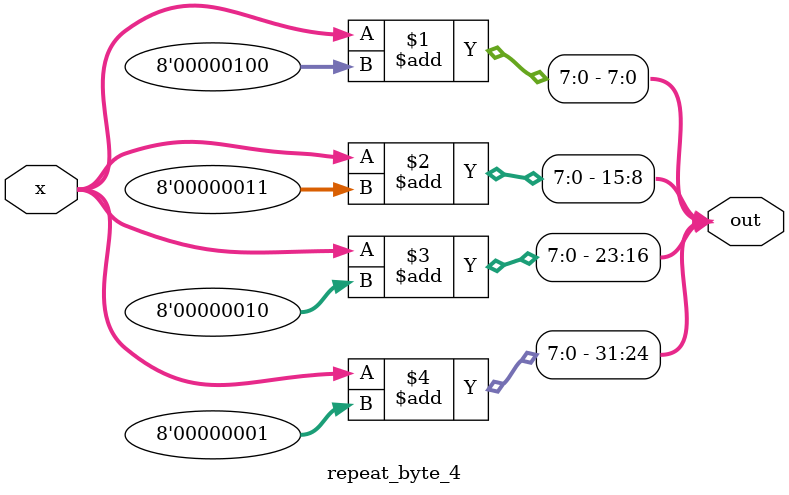
<source format=v>

module repeat_byte_4(
  input [7:0] x,
  output [31:0] out
);
  assign out = {{{(x + 8'd1), (x + 8'd2)}, (x + 8'd3)}, (x + 8'd4)};
endmodule

</source>
